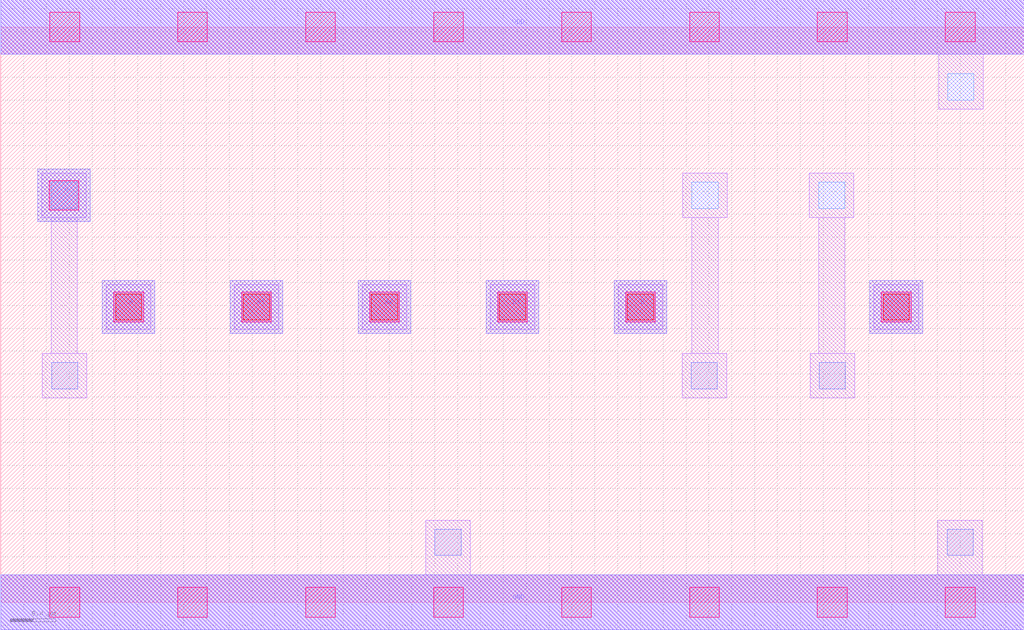
<source format=lef>
MACRO AAOI321
 CLASS CORE ;
 FOREIGN AAOI321 0 0 ;
 SIZE 8.96 BY 5.04 ;
 ORIGIN 0 0 ;
 SYMMETRY X Y R90 ;
 SITE unit ;
  PIN VDD
   DIRECTION INOUT ;
   USE POWER ;
   SHAPE ABUTMENT ;
    PORT
     CLASS CORE ;
       LAYER met1 ;
        RECT 0.00000000 4.80000000 8.96000000 5.28000000 ;
       LAYER met2 ;
        RECT 0.00000000 4.80000000 8.96000000 5.28000000 ;
    END
  END VDD

  PIN GND
   DIRECTION INOUT ;
   USE POWER ;
   SHAPE ABUTMENT ;
    PORT
     CLASS CORE ;
       LAYER met1 ;
        RECT 0.00000000 -0.24000000 8.96000000 0.24000000 ;
       LAYER met2 ;
        RECT 0.00000000 -0.24000000 8.96000000 0.24000000 ;
    END
  END GND

  PIN Y
   DIRECTION INOUT ;
   USE SIGNAL ;
   SHAPE ABUTMENT ;
    PORT
     CLASS CORE ;
       LAYER met2 ;
        RECT 0.32500000 3.33500000 0.78500000 3.79500000 ;
    END
  END Y

  PIN A1
   DIRECTION INOUT ;
   USE SIGNAL ;
   SHAPE ABUTMENT ;
    PORT
     CLASS CORE ;
       LAYER met2 ;
        RECT 2.01000000 2.35700000 2.47000000 2.81700000 ;
    END
  END A1

  PIN B1
   DIRECTION INOUT ;
   USE SIGNAL ;
   SHAPE ABUTMENT ;
    PORT
     CLASS CORE ;
       LAYER met2 ;
        RECT 4.25000000 2.35700000 4.71000000 2.81700000 ;
    END
  END B1

  PIN A
   DIRECTION INOUT ;
   USE SIGNAL ;
   SHAPE ABUTMENT ;
    PORT
     CLASS CORE ;
       LAYER met2 ;
        RECT 0.89000000 2.35700000 1.35000000 2.81700000 ;
    END
  END A

  PIN A2
   DIRECTION INOUT ;
   USE SIGNAL ;
   SHAPE ABUTMENT ;
    PORT
     CLASS CORE ;
       LAYER met2 ;
        RECT 3.13000000 2.35700000 3.59000000 2.81700000 ;
    END
  END A2

  PIN C
   DIRECTION INOUT ;
   USE SIGNAL ;
   SHAPE ABUTMENT ;
    PORT
     CLASS CORE ;
       LAYER met2 ;
        RECT 7.61000000 2.35700000 8.07000000 2.81700000 ;
    END
  END C

  PIN B
   DIRECTION INOUT ;
   USE SIGNAL ;
   SHAPE ABUTMENT ;
    PORT
     CLASS CORE ;
       LAYER met2 ;
        RECT 5.37000000 2.35700000 5.83000000 2.81700000 ;
    END
  END B

 OBS
    LAYER polycont ;
     RECT 1.00500000 2.47200000 1.23500000 2.70200000 ;
     RECT 2.12500000 2.47200000 2.35500000 2.70200000 ;
     RECT 3.24500000 2.47200000 3.47500000 2.70200000 ;
     RECT 4.36500000 2.47200000 4.59500000 2.70200000 ;
     RECT 5.48500000 2.47200000 5.71500000 2.70200000 ;
     RECT 7.72500000 2.47200000 7.95500000 2.70200000 ;

    LAYER pdiffc ;
     RECT 0.44000000 3.45000000 0.67000000 3.68000000 ;
     RECT 6.05000000 3.45000000 6.28000000 3.68000000 ;
     RECT 7.16000000 3.45000000 7.39000000 3.68000000 ;
     RECT 8.29000000 4.40000000 8.52000000 4.63000000 ;

    LAYER ndiffc ;
     RECT 3.80000000 0.41000000 4.03000000 0.64000000 ;
     RECT 8.28500000 0.41000000 8.51500000 0.64000000 ;
     RECT 0.44500000 1.87000000 0.67500000 2.10000000 ;
     RECT 6.04500000 1.87000000 6.27500000 2.10000000 ;
     RECT 7.16500000 1.87000000 7.39500000 2.10000000 ;

    LAYER met1 ;
     RECT 0.00000000 -0.24000000 8.96000000 0.24000000 ;
     RECT 3.72000000 0.24000000 4.11000000 0.72000000 ;
     RECT 8.20500000 0.24000000 8.59500000 0.72000000 ;
     RECT 0.92500000 2.39200000 1.31500000 2.78200000 ;
     RECT 2.04500000 2.39200000 2.43500000 2.78200000 ;
     RECT 3.16500000 2.39200000 3.55500000 2.78200000 ;
     RECT 4.28500000 2.39200000 4.67500000 2.78200000 ;
     RECT 5.40500000 2.39200000 5.79500000 2.78200000 ;
     RECT 7.64500000 2.39200000 8.03500000 2.78200000 ;
     RECT 0.36500000 1.79000000 0.75500000 2.18000000 ;
     RECT 0.44000000 2.18000000 0.67000000 3.37000000 ;
     RECT 0.36000000 3.37000000 0.75000000 3.76000000 ;
     RECT 5.96500000 1.79000000 6.35500000 2.18000000 ;
     RECT 6.05000000 2.18000000 6.28000000 3.37000000 ;
     RECT 5.97000000 3.37000000 6.36000000 3.76000000 ;
     RECT 7.08500000 1.79000000 7.47500000 2.18000000 ;
     RECT 7.16000000 2.18000000 7.39000000 3.37000000 ;
     RECT 7.08000000 3.37000000 7.47000000 3.76000000 ;
     RECT 8.21000000 4.32000000 8.60000000 4.80000000 ;
     RECT 0.00000000 4.80000000 8.96000000 5.28000000 ;

    LAYER via1 ;
     RECT 0.43000000 -0.13000000 0.69000000 0.13000000 ;
     RECT 1.55000000 -0.13000000 1.81000000 0.13000000 ;
     RECT 2.67000000 -0.13000000 2.93000000 0.13000000 ;
     RECT 3.79000000 -0.13000000 4.05000000 0.13000000 ;
     RECT 4.91000000 -0.13000000 5.17000000 0.13000000 ;
     RECT 6.03000000 -0.13000000 6.29000000 0.13000000 ;
     RECT 7.15000000 -0.13000000 7.41000000 0.13000000 ;
     RECT 8.27000000 -0.13000000 8.53000000 0.13000000 ;
     RECT 0.99000000 2.45700000 1.25000000 2.71700000 ;
     RECT 2.11000000 2.45700000 2.37000000 2.71700000 ;
     RECT 3.23000000 2.45700000 3.49000000 2.71700000 ;
     RECT 4.35000000 2.45700000 4.61000000 2.71700000 ;
     RECT 5.47000000 2.45700000 5.73000000 2.71700000 ;
     RECT 7.71000000 2.45700000 7.97000000 2.71700000 ;
     RECT 0.42500000 3.43500000 0.68500000 3.69500000 ;
     RECT 0.43000000 4.91000000 0.69000000 5.17000000 ;
     RECT 1.55000000 4.91000000 1.81000000 5.17000000 ;
     RECT 2.67000000 4.91000000 2.93000000 5.17000000 ;
     RECT 3.79000000 4.91000000 4.05000000 5.17000000 ;
     RECT 4.91000000 4.91000000 5.17000000 5.17000000 ;
     RECT 6.03000000 4.91000000 6.29000000 5.17000000 ;
     RECT 7.15000000 4.91000000 7.41000000 5.17000000 ;
     RECT 8.27000000 4.91000000 8.53000000 5.17000000 ;

    LAYER met2 ;
     RECT 0.00000000 -0.24000000 8.96000000 0.24000000 ;
     RECT 0.89000000 2.35700000 1.35000000 2.81700000 ;
     RECT 2.01000000 2.35700000 2.47000000 2.81700000 ;
     RECT 3.13000000 2.35700000 3.59000000 2.81700000 ;
     RECT 4.25000000 2.35700000 4.71000000 2.81700000 ;
     RECT 5.37000000 2.35700000 5.83000000 2.81700000 ;
     RECT 7.61000000 2.35700000 8.07000000 2.81700000 ;
     RECT 0.32500000 3.33500000 0.78500000 3.79500000 ;
     RECT 0.00000000 4.80000000 8.96000000 5.28000000 ;

 END
END AAOI321

</source>
